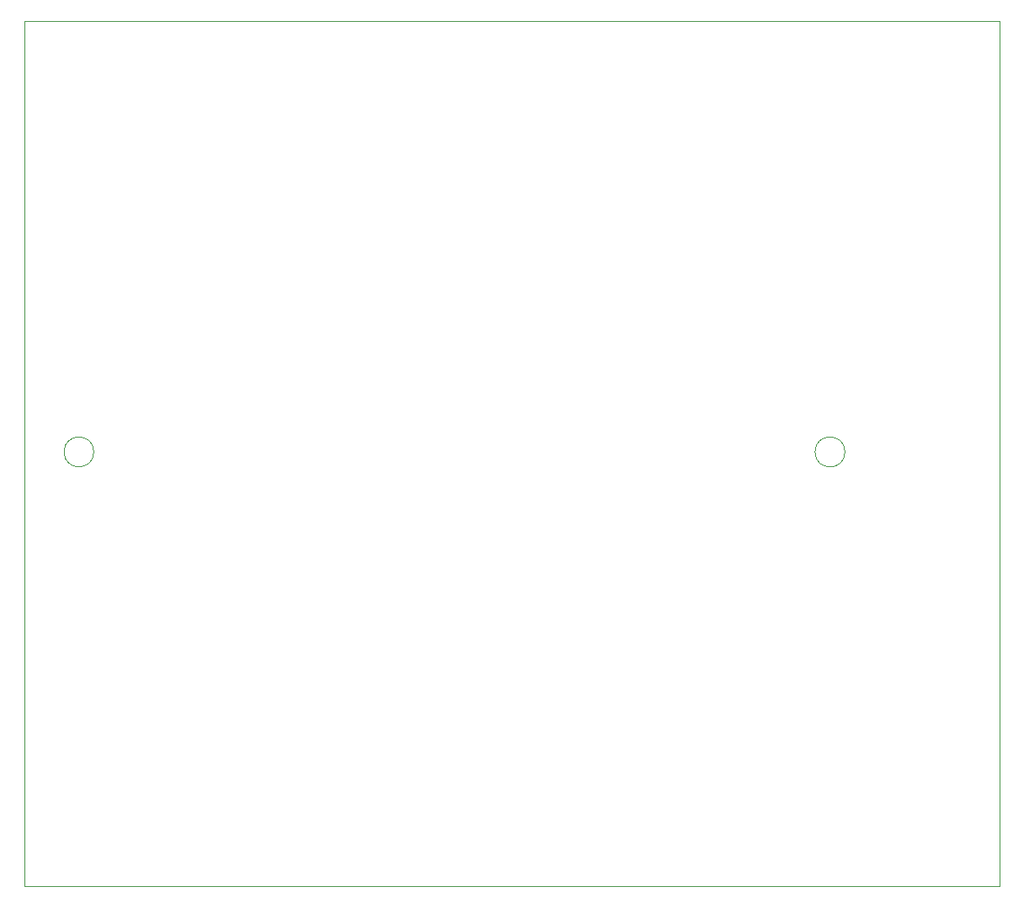
<source format=gbr>
%TF.GenerationSoftware,KiCad,Pcbnew,8.0.0*%
%TF.CreationDate,2024-05-30T16:12:21-06:00*%
%TF.ProjectId,2024_Discovery_DDS_Shield,32303234-5f44-4697-9363-6f766572795f,rev?*%
%TF.SameCoordinates,Original*%
%TF.FileFunction,Profile,NP*%
%FSLAX46Y46*%
G04 Gerber Fmt 4.6, Leading zero omitted, Abs format (unit mm)*
G04 Created by KiCad (PCBNEW 8.0.0) date 2024-05-30 16:12:21*
%MOMM*%
%LPD*%
G01*
G04 APERTURE LIST*
%TA.AperFunction,Profile*%
%ADD10C,0.050000*%
%TD*%
G04 APERTURE END LIST*
D10*
X82677000Y-31343600D02*
X180677000Y-31343600D01*
X180677000Y-118343600D01*
X82677000Y-118343600D01*
X82677000Y-31343600D01*
X89636801Y-74657800D02*
G75*
G02*
X86631003Y-74657800I-1502899J0D01*
G01*
X86631003Y-74657800D02*
G75*
G02*
X89636801Y-74657800I1502899J0D01*
G01*
X165158922Y-74657800D02*
G75*
G02*
X162137282Y-74657800I-1510820J0D01*
G01*
X162137282Y-74657800D02*
G75*
G02*
X165158922Y-74657800I1510820J0D01*
G01*
M02*

</source>
